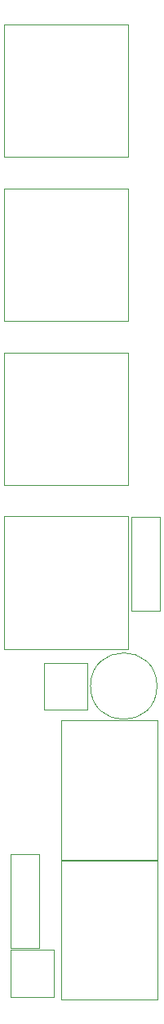
<source format=gbr>
%TF.GenerationSoftware,KiCad,Pcbnew,5.1.9+dfsg1-1~bpo10+1*%
%TF.CreationDate,2022-02-02T01:18:43+08:00*%
%TF.ProjectId,MiniADSR 1.0.1 - Control,4d696e69-4144-4535-9220-312e302e3120,rev?*%
%TF.SameCoordinates,Original*%
%TF.FileFunction,Other,User*%
%FSLAX46Y46*%
G04 Gerber Fmt 4.6, Leading zero omitted, Abs format (unit mm)*
G04 Created by KiCad (PCBNEW 5.1.9+dfsg1-1~bpo10+1) date 2022-02-02 01:18:43*
%MOMM*%
%LPD*%
G01*
G04 APERTURE LIST*
%ADD10C,0.050000*%
G04 APERTURE END LIST*
D10*
%TO.C,POT_RELEASE1*%
X107910000Y-104900000D02*
X95090000Y-104900000D01*
X95090000Y-118650000D02*
X107910000Y-118650000D01*
X107910000Y-118650000D02*
X107910000Y-104900000D01*
X95090000Y-104900000D02*
X95090000Y-118650000D01*
%TO.C,REF\u002A\u002A*%
X110950000Y-122500000D02*
G75*
G03*
X110950000Y-122500000I-3450000J0D01*
G01*
%TO.C,J1*%
X111000000Y-126080000D02*
X101000000Y-126080000D01*
X111000000Y-140480000D02*
X101000000Y-140480000D01*
X101000000Y-140480000D02*
X101000000Y-126080000D01*
X111000000Y-140480000D02*
X111000000Y-126080000D01*
%TO.C,R12*%
X98750000Y-139950000D02*
X95750000Y-139950000D01*
X95750000Y-139950000D02*
X95750000Y-149670000D01*
X95750000Y-149670000D02*
X98750000Y-149670000D01*
X98750000Y-149670000D02*
X98750000Y-139950000D01*
%TO.C,R11*%
X111250000Y-114670000D02*
X111250000Y-104950000D01*
X108250000Y-114670000D02*
X111250000Y-114670000D01*
X108250000Y-104950000D02*
X108250000Y-114670000D01*
X111250000Y-104950000D02*
X108250000Y-104950000D01*
%TO.C,POT_ATTACK1*%
X95090000Y-53900000D02*
X95090000Y-67650000D01*
X107910000Y-67650000D02*
X107910000Y-53900000D01*
X95090000Y-67650000D02*
X107910000Y-67650000D01*
X107910000Y-53900000D02*
X95090000Y-53900000D01*
%TO.C,POT_DECAY1*%
X95090000Y-70900000D02*
X95090000Y-84650000D01*
X107910000Y-84650000D02*
X107910000Y-70900000D01*
X95090000Y-84650000D02*
X107910000Y-84650000D01*
X107910000Y-70900000D02*
X95090000Y-70900000D01*
%TO.C,POT_SUSTAIN1*%
X107910000Y-87900000D02*
X95090000Y-87900000D01*
X95090000Y-101650000D02*
X107910000Y-101650000D01*
X107910000Y-101650000D02*
X107910000Y-87900000D01*
X95090000Y-87900000D02*
X95090000Y-101650000D01*
%TO.C,D6*%
X103750000Y-124950000D02*
X103750000Y-120100000D01*
X99250000Y-124950000D02*
X103750000Y-124950000D01*
X99250000Y-120100000D02*
X99250000Y-124950000D01*
X103750000Y-120100000D02*
X99250000Y-120100000D01*
%TO.C,D7*%
X100250000Y-149850000D02*
X95750000Y-149850000D01*
X95750000Y-149850000D02*
X95750000Y-154700000D01*
X95750000Y-154700000D02*
X100250000Y-154700000D01*
X100250000Y-154700000D02*
X100250000Y-149850000D01*
%TO.C,J2*%
X111000000Y-140580000D02*
X101000000Y-140580000D01*
X111000000Y-154980000D02*
X101000000Y-154980000D01*
X101000000Y-154980000D02*
X101000000Y-140580000D01*
X111000000Y-154980000D02*
X111000000Y-140580000D01*
%TD*%
M02*

</source>
